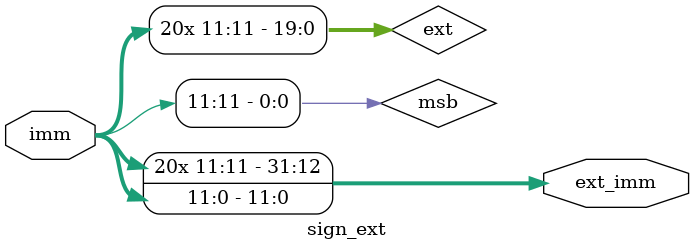
<source format=v>
module sign_ext(
    input [11:0]imm,

    output [31:0]ext_imm
);

/*
*   Problem 4:
*   Describe sign extension logic.
*/

wire msb = imm[11];

wire [19:0]ext = {20{msb}};

wire [31:0]ext_imm = {ext, imm};

endmodule

</source>
